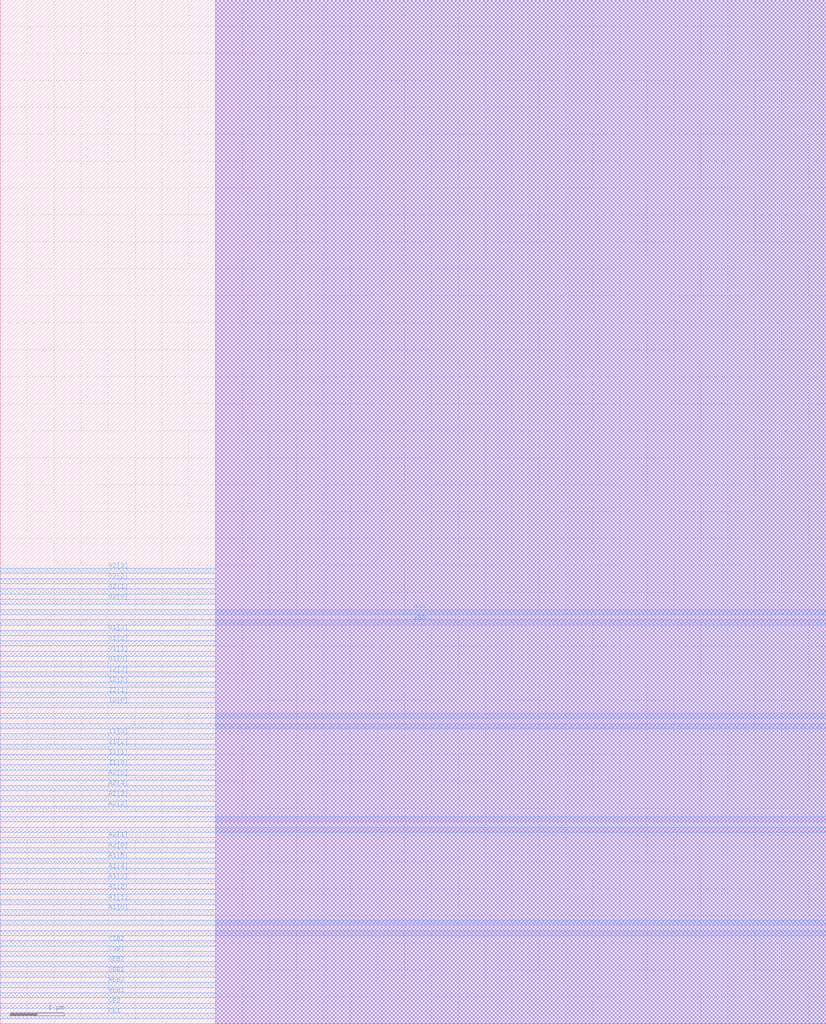
<source format=lef>
VERSION 5.6 ;
BUSBITCHARS "[]" ;
DIVIDERCHAR "/" ;

MACRO SRAM2RW64x4
  CLASS BLOCK ;
  ORIGIN 0 0 ;
  FOREIGN SRAM2RW64x4 0 0 ;
  SIZE 15.328 BY 18.988 ;
  SYMMETRY X Y ;
  SITE asap7sc7p5t ;
  PIN VDD
    DIRECTION INOUT ;
    USE POWER ;
    PORT 
      LAYER M4 ;
        RECT 0.0 1.632 15.328 1.728 ;
        RECT 0.0 3.552 15.328 3.648 ;
        RECT 0.0 5.472 15.328 5.568 ;
        RECT 0.0 7.392 15.328 7.488 ;
    END 
  END VDD
  PIN VSS
    DIRECTION INOUT ;
    USE GROUND ;
    PORT 
      LAYER M4 ;
        RECT 0.0 1.824 15.328 1.92 ;
        RECT 0.0 3.744 15.328 3.84 ;
        RECT 0.0 5.664 15.328 5.76 ;
        RECT 0.0 7.584 15.328 7.68 ;
    END 
  END VSS
  PIN CE1
    DIRECTION INPUT ;
    USE SIGNAL ;
    PORT 
      LAYER M4 ;
        RECT 0.0 0.096 4.0 0.192 ;
    END 
  END CE1
  PIN CE2
    DIRECTION INPUT ;
    USE SIGNAL ;
    PORT 
      LAYER M4 ;
        RECT 0.0 0.288 4.0 0.384 ;
    END 
  END CE2
  PIN WEB1
    DIRECTION INPUT ;
    USE SIGNAL ;
    PORT 
      LAYER M4 ;
        RECT 0.0 0.48 4.0 0.576 ;
    END 
  END WEB1
  PIN WEB2
    DIRECTION INPUT ;
    USE SIGNAL ;
    PORT 
      LAYER M4 ;
        RECT 0.0 0.672 4.0 0.768 ;
    END 
  END WEB2
  PIN OEB1
    DIRECTION INPUT ;
    USE SIGNAL ;
    PORT 
      LAYER M4 ;
        RECT 0.0 0.864 4.0 0.96 ;
    END 
  END OEB1
  PIN OEB2
    DIRECTION INPUT ;
    USE SIGNAL ;
    PORT 
      LAYER M4 ;
        RECT 0.0 1.056 4.0 1.152 ;
    END 
  END OEB2
  PIN CSB1
    DIRECTION INPUT ;
    USE SIGNAL ;
    PORT 
      LAYER M4 ;
        RECT 0.0 1.248 4.0 1.344 ;
    END 
  END CSB1
  PIN CSB2
    DIRECTION INPUT ;
    USE SIGNAL ;
    PORT 
      LAYER M4 ;
        RECT 0.0 1.44 4.0 1.536 ;
    END 
  END CSB2
  PIN A1[0]
    DIRECTION INPUT ;
    USE SIGNAL ;
    PORT 
      LAYER M4 ;
        RECT 0.0 2.016 4.0 2.112 ;
    END 
  END A1[0]
  PIN A1[1]
    DIRECTION INPUT ;
    USE SIGNAL ;
    PORT 
      LAYER M4 ;
        RECT 0.0 2.208 4.0 2.304 ;
    END 
  END A1[1]
  PIN A1[2]
    DIRECTION INPUT ;
    USE SIGNAL ;
    PORT 
      LAYER M4 ;
        RECT 0.0 2.4 4.0 2.496 ;
    END 
  END A1[2]
  PIN A1[3]
    DIRECTION INPUT ;
    USE SIGNAL ;
    PORT 
      LAYER M4 ;
        RECT 0.0 2.592 4.0 2.688 ;
    END 
  END A1[3]
  PIN A1[4]
    DIRECTION INPUT ;
    USE SIGNAL ;
    PORT 
      LAYER M4 ;
        RECT 0.0 2.784 4.0 2.88 ;
    END 
  END A1[4]
  PIN A1[5]
    DIRECTION INPUT ;
    USE SIGNAL ;
    PORT 
      LAYER M4 ;
        RECT 0.0 2.976 4.0 3.072 ;
    END 
  END A1[5]
  PIN A2[0]
    DIRECTION INPUT ;
    USE SIGNAL ;
    PORT 
      LAYER M4 ;
        RECT 0.0 3.168 4.0 3.264 ;
    END 
  END A2[0]
  PIN A2[1]
    DIRECTION INPUT ;
    USE SIGNAL ;
    PORT 
      LAYER M4 ;
        RECT 0.0 3.36 4.0 3.456 ;
    END 
  END A2[1]
  PIN A2[2]
    DIRECTION INPUT ;
    USE SIGNAL ;
    PORT 
      LAYER M4 ;
        RECT 0.0 3.936 4.0 4.032 ;
    END 
  END A2[2]
  PIN A2[3]
    DIRECTION INPUT ;
    USE SIGNAL ;
    PORT 
      LAYER M4 ;
        RECT 0.0 4.128 4.0 4.224 ;
    END 
  END A2[3]
  PIN A2[4]
    DIRECTION INPUT ;
    USE SIGNAL ;
    PORT 
      LAYER M4 ;
        RECT 0.0 4.32 4.0 4.416 ;
    END 
  END A2[4]
  PIN A2[5]
    DIRECTION INPUT ;
    USE SIGNAL ;
    PORT 
      LAYER M4 ;
        RECT 0.0 4.512 4.0 4.608 ;
    END 
  END A2[5]
  PIN I1[0]
    DIRECTION INPUT ;
    USE SIGNAL ;
    PORT 
      LAYER M4 ;
        RECT 0.0 4.704 4.0 4.8 ;
    END 
  END I1[0]
  PIN I1[1]
    DIRECTION INPUT ;
    USE SIGNAL ;
    PORT 
      LAYER M4 ;
        RECT 0.0 4.896 4.0 4.992 ;
    END 
  END I1[1]
  PIN I1[2]
    DIRECTION INPUT ;
    USE SIGNAL ;
    PORT 
      LAYER M4 ;
        RECT 0.0 5.088 4.0 5.184 ;
    END 
  END I1[2]
  PIN I1[3]
    DIRECTION INPUT ;
    USE SIGNAL ;
    PORT 
      LAYER M4 ;
        RECT 0.0 5.28 4.0 5.376 ;
    END 
  END I1[3]
  PIN I2[0]
    DIRECTION INPUT ;
    USE SIGNAL ;
    PORT 
      LAYER M4 ;
        RECT 0.0 5.856 4.0 5.952 ;
    END 
  END I2[0]
  PIN I2[1]
    DIRECTION INPUT ;
    USE SIGNAL ;
    PORT 
      LAYER M4 ;
        RECT 0.0 6.048 4.0 6.144 ;
    END 
  END I2[1]
  PIN I2[2]
    DIRECTION INPUT ;
    USE SIGNAL ;
    PORT 
      LAYER M4 ;
        RECT 0.0 6.24 4.0 6.336 ;
    END 
  END I2[2]
  PIN I2[3]
    DIRECTION INPUT ;
    USE SIGNAL ;
    PORT 
      LAYER M4 ;
        RECT 0.0 6.432 4.0 6.528 ;
    END 
  END I2[3]
  PIN O1[0]
    DIRECTION OUTPUT ;
    USE SIGNAL ;
    PORT 
      LAYER M4 ;
        RECT 0.0 6.624 4.0 6.72 ;
    END 
  END O1[0]
  PIN O1[1]
    DIRECTION OUTPUT ;
    USE SIGNAL ;
    PORT 
      LAYER M4 ;
        RECT 0.0 6.816 4.0 6.912 ;
    END 
  END O1[1]
  PIN O1[2]
    DIRECTION OUTPUT ;
    USE SIGNAL ;
    PORT 
      LAYER M4 ;
        RECT 0.0 7.008 4.0 7.104 ;
    END 
  END O1[2]
  PIN O1[3]
    DIRECTION OUTPUT ;
    USE SIGNAL ;
    PORT 
      LAYER M4 ;
        RECT 0.0 7.2 4.0 7.296 ;
    END 
  END O1[3]
  PIN O2[0]
    DIRECTION OUTPUT ;
    USE SIGNAL ;
    PORT 
      LAYER M4 ;
        RECT 0.0 7.776 4.0 7.872 ;
    END 
  END O2[0]
  PIN O2[1]
    DIRECTION OUTPUT ;
    USE SIGNAL ;
    PORT 
      LAYER M4 ;
        RECT 0.0 7.968 4.0 8.064 ;
    END 
  END O2[1]
  PIN O2[2]
    DIRECTION OUTPUT ;
    USE SIGNAL ;
    PORT 
      LAYER M4 ;
        RECT 0.0 8.16 4.0 8.256 ;
    END 
  END O2[2]
  PIN O2[3]
    DIRECTION OUTPUT ;
    USE SIGNAL ;
    PORT 
      LAYER M4 ;
        RECT 0.0 8.352 4.0 8.448 ;
    END 
  END O2[3]
  OBS 
    LAYER M1 ;
      RECT 4.0 0.0 15.328 18.988 ;
    LAYER M2 ;
      RECT 4.0 0.0 15.328 18.988 ;
    LAYER M3 ;
      RECT 4.0 0.0 15.328 18.988 ;
  END 
END SRAM2RW64x4

END LIBRARY
</source>
